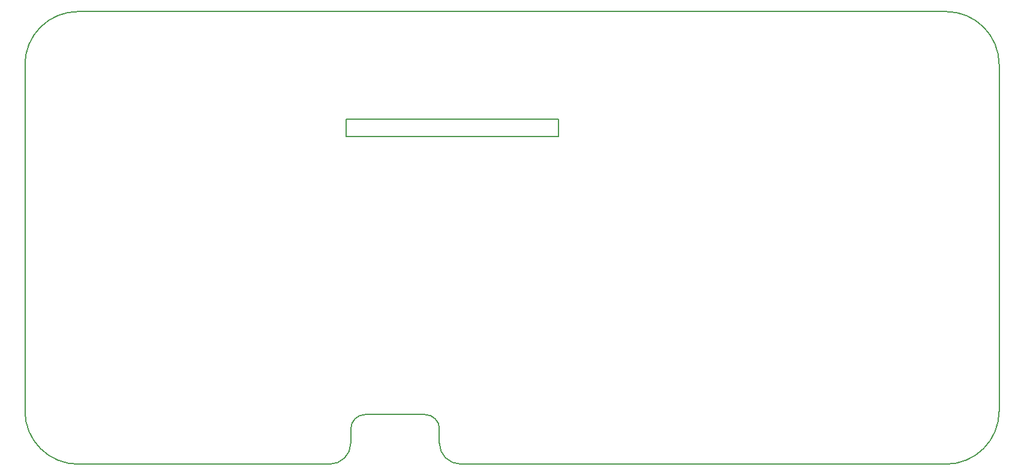
<source format=gbr>
G04 #@! TF.GenerationSoftware,KiCad,Pcbnew,7.0.10*
G04 #@! TF.CreationDate,2024-02-23T17:06:06+08:00*
G04 #@! TF.ProjectId,Teeny_girl,5465656e-795f-4676-9972-6c2e6b696361,rev?*
G04 #@! TF.SameCoordinates,Original*
G04 #@! TF.FileFunction,Profile,NP*
%FSLAX46Y46*%
G04 Gerber Fmt 4.6, Leading zero omitted, Abs format (unit mm)*
G04 Created by KiCad (PCBNEW 7.0.10) date 2024-02-23 17:06:06*
%MOMM*%
%LPD*%
G01*
G04 APERTURE LIST*
G04 #@! TA.AperFunction,Profile*
%ADD10C,0.150000*%
G04 #@! TD*
G04 APERTURE END LIST*
D10*
X116545000Y-103641900D02*
X117045000Y-103641900D01*
X117045000Y-103641900D02*
G75*
G03*
X120045000Y-100641900I0J3000000D01*
G01*
X132545000Y-98641900D02*
G75*
G03*
X130545000Y-96641900I-2000000J0D01*
G01*
X74045000Y-47141900D02*
X74045000Y-96141900D01*
X211545000Y-47141900D02*
G75*
G03*
X204045000Y-39641900I-7500000J0D01*
G01*
X120045000Y-100641900D02*
X120045000Y-98641900D01*
X81545000Y-39641900D02*
X204045000Y-39641900D01*
X132545000Y-98641900D02*
X132545000Y-100641900D01*
X122045000Y-96641900D02*
X130545000Y-96641900D01*
X81545000Y-39641900D02*
G75*
G03*
X74045000Y-47141900I0J-7500000D01*
G01*
X132545000Y-100641900D02*
G75*
G03*
X135545000Y-103641900I3000000J0D01*
G01*
X204045000Y-103641900D02*
X136545000Y-103641900D01*
X81545000Y-103641900D02*
X116545000Y-103641900D01*
X122045000Y-96641900D02*
G75*
G03*
X120045000Y-98641900I0J-2000000D01*
G01*
X211545000Y-47141900D02*
X211545000Y-96141900D01*
X136545000Y-103641900D02*
X135545000Y-103641900D01*
X74045000Y-96141900D02*
G75*
G03*
X81545000Y-103641900I7500000J0D01*
G01*
X204045000Y-103641900D02*
G75*
G03*
X211545000Y-96141900I0J7500000D01*
G01*
X149345000Y-57341900D02*
X119345000Y-57341900D01*
X119345000Y-54841900D01*
X149345000Y-54841900D01*
X149345000Y-57341900D01*
M02*

</source>
